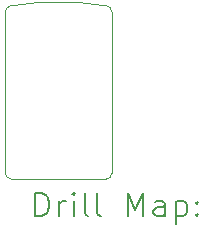
<source format=gbr>
%TF.GenerationSoftware,KiCad,Pcbnew,6.0.10-86aedd382b~118~ubuntu22.04.1*%
%TF.CreationDate,2023-03-14T18:40:59-07:00*%
%TF.ProjectId,baro-temp-qwiic,6261726f-2d74-4656-9d70-2d7177696963,rev?*%
%TF.SameCoordinates,Original*%
%TF.FileFunction,Drillmap*%
%TF.FilePolarity,Positive*%
%FSLAX45Y45*%
G04 Gerber Fmt 4.5, Leading zero omitted, Abs format (unit mm)*
G04 Created by KiCad (PCBNEW 6.0.10-86aedd382b~118~ubuntu22.04.1) date 2023-03-14 18:40:59*
%MOMM*%
%LPD*%
G01*
G04 APERTURE LIST*
%ADD10C,0.100000*%
%ADD11C,0.200000*%
G04 APERTURE END LIST*
D10*
X408032Y2167012D02*
G75*
G03*
X-408032Y2167012I-408032J-2507010D01*
G01*
X-408032Y2167012D02*
G75*
G03*
X-450000Y2117662I8032J-49351D01*
G01*
X400000Y700000D02*
G75*
G03*
X450000Y750000I0J50000D01*
G01*
X-400000Y700000D02*
X400000Y700000D01*
X-450000Y750000D02*
G75*
G03*
X-400000Y700000I50000J0D01*
G01*
X-450000Y2117662D02*
X-450000Y750000D01*
X450000Y750000D02*
X450000Y2117662D01*
X450001Y2117662D02*
G75*
G03*
X408032Y2167012I-50001J-2D01*
G01*
D11*
X-197381Y384524D02*
X-197381Y584524D01*
X-149762Y584524D01*
X-121190Y575000D01*
X-102143Y555952D01*
X-92619Y536905D01*
X-83095Y498809D01*
X-83095Y470238D01*
X-92619Y432143D01*
X-102143Y413095D01*
X-121190Y394048D01*
X-149762Y384524D01*
X-197381Y384524D01*
X2619Y384524D02*
X2619Y517857D01*
X2619Y479762D02*
X12143Y498809D01*
X21667Y508333D01*
X40714Y517857D01*
X59762Y517857D01*
X126428Y384524D02*
X126428Y517857D01*
X126428Y584524D02*
X116905Y575000D01*
X126428Y565476D01*
X135952Y575000D01*
X126428Y584524D01*
X126428Y565476D01*
X250238Y384524D02*
X231190Y394048D01*
X221667Y413095D01*
X221667Y584524D01*
X355000Y384524D02*
X335952Y394048D01*
X326429Y413095D01*
X326429Y584524D01*
X583571Y384524D02*
X583571Y584524D01*
X650238Y441667D01*
X716905Y584524D01*
X716905Y384524D01*
X897857Y384524D02*
X897857Y489286D01*
X888333Y508333D01*
X869286Y517857D01*
X831190Y517857D01*
X812143Y508333D01*
X897857Y394048D02*
X878809Y384524D01*
X831190Y384524D01*
X812143Y394048D01*
X802619Y413095D01*
X802619Y432143D01*
X812143Y451190D01*
X831190Y460714D01*
X878809Y460714D01*
X897857Y470238D01*
X993095Y517857D02*
X993095Y317857D01*
X993095Y508333D02*
X1012143Y517857D01*
X1050238Y517857D01*
X1069286Y508333D01*
X1078810Y498809D01*
X1088333Y479762D01*
X1088333Y422619D01*
X1078810Y403571D01*
X1069286Y394048D01*
X1050238Y384524D01*
X1012143Y384524D01*
X993095Y394048D01*
X1174048Y403571D02*
X1183571Y394048D01*
X1174048Y384524D01*
X1164524Y394048D01*
X1174048Y403571D01*
X1174048Y384524D01*
X1174048Y508333D02*
X1183571Y498809D01*
X1174048Y489286D01*
X1164524Y498809D01*
X1174048Y508333D01*
X1174048Y489286D01*
M02*

</source>
